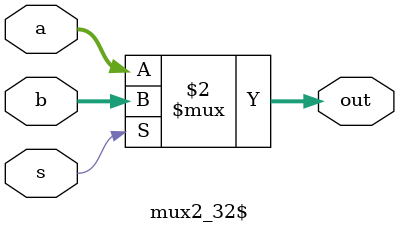
<source format=v>
module dff_59$(d, q, reset, clock, enable);

	input[58:0] d;
	input clock, reset, enable;
	output[58:0] q;

	reg[58:0] q;

	always @(posedge clock) begin if(enable) q = d; end
	// async reset
	always @(reset) begin if(reset) q = 0; end

endmodule

module dff_32$(d, q, reset, clock, enable);

	input[31:0] d;
	input clock, reset, enable;
	output[31:0] q;

	reg[31:0] q;

	always @(posedge clock) begin if(enable) q = d; end
	// async reset
	always @(reset) begin if(reset) q = 0; end

endmodule

module and2_1$(ld_en_display, is_primitive_value, is_valid_display_value);
	input is_primitive_value, is_valid_display_value;
	output ld_en_display;

	assign ld_en_display = is_primitive_value & is_valid_display_value;
endmodule

module mux2_1$ (out, a, b, s);
	input a, b, s;
	output out;

	assign out = (~s) ? a : b;
endmodule

module mux2_32$ (out, a, b, s);
	input[31:0] a, b;
	input s;
	output[31:0] out;

	assign out = (~s) ? a : b;
endmodule


</source>
